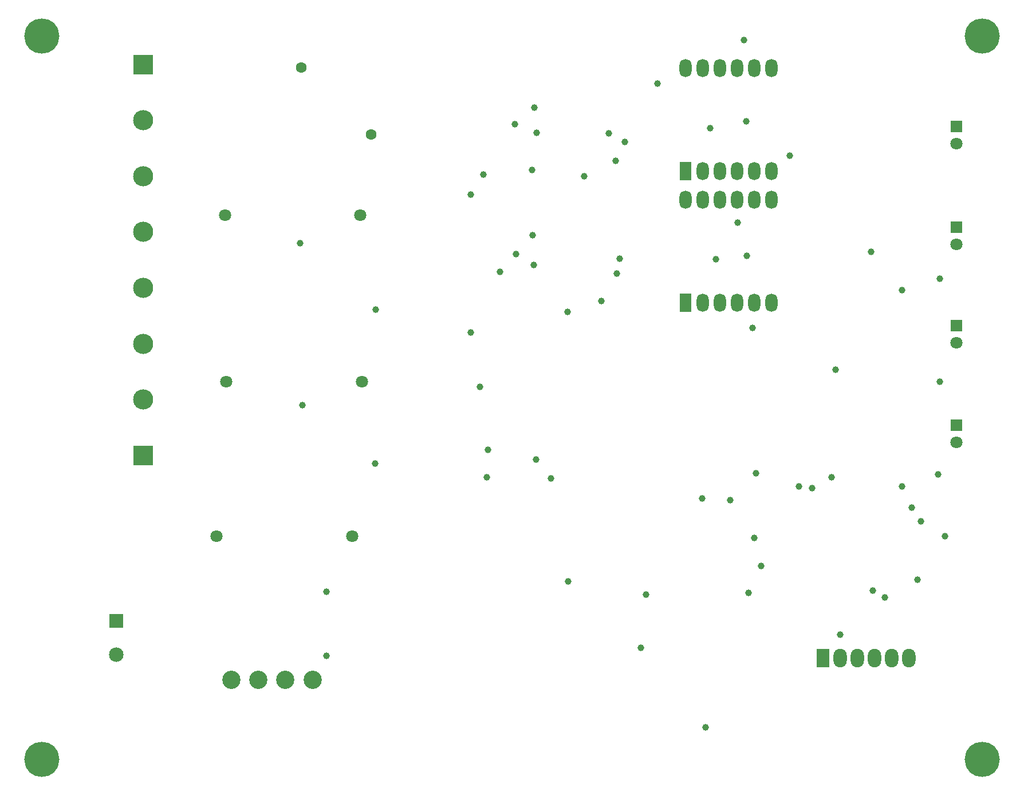
<source format=gts>
%FSTAX23Y23*%
%MOIN*%
%SFA1B1*%

%IPPOS*%
%ADD10C,0.071000*%
%ADD11R,0.117300X0.117300*%
%ADD12C,0.117300*%
%ADD13R,0.071000X0.106400*%
%ADD14O,0.071000X0.106400*%
%ADD15C,0.106400*%
%ADD16C,0.084800*%
%ADD17R,0.084800X0.084800*%
%ADD18O,0.078000X0.108000*%
%ADD19R,0.078000X0.108000*%
%ADD20R,0.071000X0.071000*%
%ADD21C,0.039500*%
%ADD22C,0.204900*%
%ADD23C,0.063100*%
%LNpcb_washver2-1*%
%LPD*%
G54D10*
X02122Y02193D03*
X01334D03*
X02179Y03095D03*
X01391D03*
X02169Y04062D03*
X01382D03*
X05639Y0274D03*
Y0332D03*
Y03895D03*
Y0448D03*
G54D11*
X00908Y02665D03*
Y04941D03*
G54D12*
X00908Y0299D03*
Y03315D03*
Y03641D03*
Y03966D03*
Y04291D03*
Y04616D03*
G54D13*
X04064Y04321D03*
Y03552D03*
G54D14*
X04164Y04321D03*
X04264D03*
X04364D03*
X04464D03*
X04564D03*
X04064Y04921D03*
X04164D03*
X04264D03*
X04364D03*
X04464D03*
X04564D03*
X04164Y03552D03*
X04264D03*
X04364D03*
X04464D03*
X04564D03*
X04064Y04152D03*
X04164D03*
X04264D03*
X04364D03*
X04464D03*
X04564D03*
G54D15*
X0142Y01357D03*
X01577D03*
X01735D03*
X01892D03*
G54D16*
X00751Y01504D03*
G54D17*
X00751Y01701D03*
G54D18*
X05364Y01485D03*
X05264D03*
X05164D03*
X05064D03*
X04964D03*
G54D19*
X04864Y01485D03*
G54D20*
X05639Y0284D03*
Y0342D03*
Y03995D03*
Y0458D03*
G54D21*
X04322Y02405D03*
X03069Y04592D03*
X03198Y04542D03*
X05322Y02483D03*
X01835Y02958D03*
X02906Y02536D03*
X05145Y0385D03*
X02867Y03065D03*
X02815Y0338D03*
X02814Y04184D03*
X02886Y04301D03*
X03803Y01543D03*
X0418Y01081D03*
X02913Y02697D03*
X01975Y0187D03*
Y01498D03*
X03574Y03565D03*
X03379Y01929D03*
X02258Y02617D03*
X02261Y03514D03*
X01819Y03899D03*
X03835Y01854D03*
X05574Y02192D03*
X04419Y03828D03*
X03681Y03811D03*
X04475Y0256D03*
X04464Y02182D03*
X03193Y02641D03*
X02984Y03735D03*
X04503Y02019D03*
X04431Y01863D03*
X05154Y01878D03*
X04159Y02414D03*
X05222Y01838D03*
X04963Y01619D03*
X05414Y0194D03*
X03281Y02531D03*
X04725Y02482D03*
X03182Y0469D03*
X03172Y03948D03*
X03076Y03837D03*
X0318Y03772D03*
X04915Y02536D03*
X04799Y02472D03*
X03376Y03499D03*
X03475Y0429D03*
X05324Y03627D03*
X04937Y03164D03*
X04453Y03407D03*
X03171Y04326D03*
X04239Y03806D03*
X04367Y04019D03*
X03665Y03722D03*
X0467Y0441D03*
X04405Y05085D03*
X03657Y0438D03*
X03901Y04829D03*
X04416Y04611D03*
X03618Y0454D03*
X04207Y04569D03*
X0371Y0449D03*
X05542Y03692D03*
X05379Y0236D03*
X05542Y03092D03*
X05434Y0228D03*
X05534Y02552D03*
G54D22*
X0579Y05106D03*
Y00893D03*
X00318D03*
Y05106D03*
G54D23*
X02233Y04532D03*
X01827Y04923D03*
M02*
</source>
